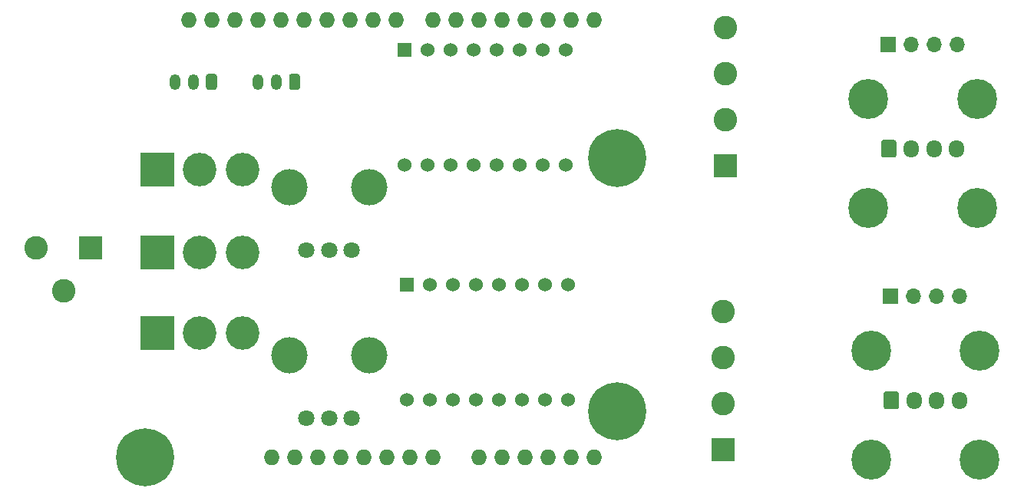
<source format=gbs>
%MOIN*%
%OFA0B0*%
%FSLAX46Y46*%
%IPPOS*%
%LPD*%
%ADD10C,0.17322834645669294*%
%ADD11C,0.027559055118110236*%
%ADD12O,0.066929133858267723X0.076771653543307089*%
%ADD13R,0.066929133858267723X0.066929133858267723*%
%ADD14O,0.066929133858267723X0.066929133858267723*%
%ADD25O,0.068X0.068*%
%ADD26C,0.12598425196850396*%
%ADD27R,0.060000000000000005X0.060000000000000005*%
%ADD28C,0.060000000000000005*%
%ADD29C,0.031496062992125991*%
%ADD30C,0.25196850393700793*%
%ADD31C,0.10236220472440946*%
%ADD32R,0.10236220472440946X0.10236220472440946*%
%ADD33O,0.047244094488188976X0.068897637795275593*%
%ADD34C,0.070866141732283464*%
%ADD35C,0.15748031496062992*%
%ADD36C,0.1456692913385827*%
%ADD37R,0.1456692913385827X0.1456692913385827*%
%ADD38C,0.17322834645669294*%
%ADD39C,0.027559055118110236*%
%ADD40O,0.066929133858267723X0.076771653543307089*%
%ADD41R,0.066929133858267723X0.066929133858267723*%
%ADD42O,0.066929133858267723X0.066929133858267723*%
G01*
D10*
X0000247173Y0004419291D02*
X0003947960Y0000629921D03*
D11*
X0004012921Y0000629921D03*
X0003993894Y0000583987D03*
X0003947960Y0000564960D03*
X0003902026Y0000583987D03*
X0003883000Y0000629921D03*
X0003902026Y0000675855D03*
X0003947960Y0000694881D03*
X0003993894Y0000675855D03*
X0004466335Y0000675855D03*
X0004420401Y0000694881D03*
X0004374467Y0000675855D03*
X0004355440Y0000629921D03*
X0004374467Y0000583987D03*
X0004420401Y0000564960D03*
X0004466335Y0000583987D03*
X0004485362Y0000629921D03*
D10*
X0004420401Y0000629921D03*
X0003947960Y0000157480D03*
D11*
X0004012921Y0000157480D03*
X0003993894Y0000111546D03*
X0003947960Y0000092519D03*
X0003902026Y0000111546D03*
X0003883000Y0000157480D03*
X0003902026Y0000203414D03*
X0003947960Y0000222440D03*
X0003993894Y0000203414D03*
X0004466335Y0000203414D03*
X0004420401Y0000222440D03*
X0004374467Y0000203414D03*
X0004355440Y0000157480D03*
X0004374467Y0000111546D03*
X0004420401Y0000092519D03*
X0004466335Y0000111546D03*
X0004485362Y0000157480D03*
D10*
X0004420401Y0000157480D03*
G36*
G01*
X0004002708Y0000385748D02*
X0004002708Y0000442834D01*
G75*
G02*
X0004012551Y0000452677I0000009842D01*
G01*
X0004059795Y0000452677D01*
G75*
G02*
X0004069637Y0000442834J-0000009842D01*
G01*
X0004069637Y0000385748D01*
G75*
G02*
X0004059795Y0000375905I-0000009842D01*
G01*
X0004012551Y0000375905D01*
G75*
G02*
X0004002708Y0000385748J0000009842D01*
G01*
G37*
D12*
X0004134598Y0000414291D03*
X0004233023Y0000414291D03*
X0004331448Y0000414291D03*
D13*
X0004034204Y0000866291D03*
D14*
X0004134204Y0000866291D03*
X0004234204Y0000866291D03*
X0004334204Y0000866291D03*
G04 next file*
G04 #@! TF.GenerationSoftware,KiCad,Pcbnew,5.1.9-73d0e3b20d~88~ubuntu18.04.1*
G04 #@! TF.CreationDate,2021-02-15T13:27:50-05:00*
G04 #@! TF.ProjectId,driver,64726976-6572-42e6-9b69-6361645f7063,v1.0.0*
G04 #@! TF.SameCoordinates,Original*
G04 #@! TF.FileFunction,Soldermask,Bot*
G04 #@! TF.FilePolarity,Negative*
G04 Gerber Fmt 4.6, Leading zero omitted, Abs format (unit mm)*
G04 Created by KiCad (PCBNEW 5.1.9-73d0e3b20d~88~ubuntu18.04.1) date 2021-02-15 13:27:50*
G01*
G04 APERTURE LIST*
G04 APERTURE END LIST*
D25*
X-0004007000Y0005095319D02*
X0002745952Y0000167366D03*
X0002645952Y0000167366D03*
X0002545952Y0000167366D03*
X0002445952Y0000167366D03*
X0002345952Y0000167366D03*
X0001345952Y0000167366D03*
X0001585952Y0002067366D03*
X0001485952Y0002067366D03*
X0001385952Y0002067366D03*
X0001185952Y0002067366D03*
X0001085952Y0002067366D03*
X0000985952Y0002067366D03*
D26*
X0000795952Y0000167366D03*
X0002845952Y0001467366D03*
X0002845952Y0000367366D03*
D25*
X0001685952Y0002067366D03*
X0001785952Y0002067366D03*
X0001885952Y0002067366D03*
X0001285952Y0002067366D03*
X0002045952Y0002067366D03*
X0002145952Y0002067366D03*
X0002245952Y0002067366D03*
X0002345952Y0002067366D03*
X0002445952Y0002067366D03*
X0002545952Y0002067366D03*
X0002645952Y0002067366D03*
X0002745952Y0002067366D03*
X0001445952Y0000167366D03*
X0001545952Y0000167366D03*
X0001645952Y0000167366D03*
X0001745952Y0000167366D03*
X0001845952Y0000167366D03*
X0001945952Y0000167366D03*
X0002045952Y0000167366D03*
X0002245952Y0000167366D03*
D27*
X0001933000Y0000915319D03*
D28*
X0002033000Y0000915319D03*
X0002132999Y0000915319D03*
X0002233000Y0000915319D03*
X0002333000Y0000915319D03*
X0002432999Y0000915319D03*
X0002533000Y0000915319D03*
X0002633000Y0000915319D03*
X0002633000Y0000415319D03*
X0002533000Y0000415319D03*
X0002432999Y0000415319D03*
X0002333000Y0000415319D03*
X0002233000Y0000415319D03*
X0002132999Y0000415319D03*
X0002033000Y0000415319D03*
X0001933000Y0000415319D03*
X0001923000Y0001435319D03*
X0002023000Y0001435319D03*
X0002123000Y0001435319D03*
X0002222999Y0001435319D03*
X0002323000Y0001435319D03*
X0002423000Y0001435319D03*
X0002522999Y0001435319D03*
X0002622999Y0001435319D03*
X0002622999Y0001935319D03*
X0002522999Y0001935319D03*
X0002423000Y0001935319D03*
X0002323000Y0001935319D03*
X0002222999Y0001935319D03*
X0002123000Y0001935319D03*
X0002023000Y0001935319D03*
D27*
X0001923000Y0001935319D03*
D29*
X0002912765Y0001534179D03*
X0002845952Y0001561854D03*
X0002779139Y0001534179D03*
X0002751464Y0001467366D03*
X0002779139Y0001400553D03*
X0002845952Y0001372878D03*
X0002912765Y0001400553D03*
X0002940440Y0001467366D03*
D30*
X0002845952Y0001467366D03*
X0000795952Y0000167366D03*
D29*
X0000890440Y0000167366D03*
X0000862765Y0000100553D03*
X0000795952Y0000072878D03*
X0000729139Y0000100553D03*
X0000701464Y0000167366D03*
X0000729139Y0000234179D03*
X0000795952Y0000261854D03*
X0000862765Y0000234179D03*
X0002912765Y0000434179D03*
X0002845952Y0000461854D03*
X0002779139Y0000434179D03*
X0002751464Y0000367366D03*
X0002779139Y0000300553D03*
X0002845952Y0000272878D03*
X0002912765Y0000300553D03*
X0002940440Y0000367366D03*
D30*
X0002845952Y0000367366D03*
D31*
X0003315007Y0002034319D03*
X0003315007Y0001834319D03*
X0003315007Y0001634319D03*
D32*
X0003315007Y0001434319D03*
X0003305007Y0000199334D03*
D31*
X0003305007Y0000399334D03*
X0003305007Y0000599334D03*
X0003305007Y0000799334D03*
D33*
X0001287527Y0001797665D03*
X0001366267Y0001797665D03*
G36*
G01*
X0001468629Y0001822271D02*
X0001468629Y0001773059D01*
G75*
G02*
X0001458787Y0001763216I-0000009842D01*
G01*
X0001431228Y0001763216D01*
G75*
G02*
X0001421385Y0001773059J0000009842D01*
G01*
X0001421385Y0001822271D01*
G75*
G02*
X0001431228Y0001832114I0000009842D01*
G01*
X0001458787Y0001832114D01*
G75*
G02*
X0001468629Y0001822271J-0000009842D01*
G01*
G37*
G36*
G01*
X0001108157Y0001822271D02*
X0001108157Y0001773059D01*
G75*
G02*
X0001098315Y0001763216I-0000009842D01*
G01*
X0001070755Y0001763216D01*
G75*
G02*
X0001060913Y0001773059J0000009842D01*
G01*
X0001060913Y0001822271D01*
G75*
G02*
X0001070755Y0001832114I0000009842D01*
G01*
X0001098315Y0001832114D01*
G75*
G02*
X0001108157Y0001822271J-0000009842D01*
G01*
G37*
X0001005795Y0001797665D03*
X0000927055Y0001797665D03*
D32*
X0000559220Y0001075319D03*
D31*
X0000323000Y0001075319D03*
X0000441110Y0000890279D03*
D34*
X0001496149Y0000335319D03*
X0001594574Y0000335319D03*
X0001693000Y0000335319D03*
D35*
X0001421346Y0000610909D03*
X0001767803Y0000610909D03*
X0001767803Y0001340909D03*
X0001421346Y0001340909D03*
D34*
X0001693000Y0001065319D03*
X0001594574Y0001065319D03*
X0001496149Y0001065319D03*
D36*
X0001032999Y0000705319D03*
D37*
X0000847960Y0000705319D03*
D36*
X0001218039Y0000705319D03*
X0001218039Y0001055319D03*
D37*
X0000847960Y0001055319D03*
D36*
X0001032999Y0001055319D03*
X0001032999Y0001415319D03*
D37*
X0000847960Y0001415319D03*
D36*
X0001218039Y0001415319D03*
G04 next file*
G04 #@! TF.GenerationSoftware,KiCad,Pcbnew,5.1.9-73d0e3b20d~88~ubuntu18.04.1*
G04 #@! TF.CreationDate,2021-02-15T13:14:34-05:00*
G04 #@! TF.ProjectId,connector,636f6e6e-6563-4746-9f72-2e6b69636164,v1.0.0*
G04 #@! TF.SameCoordinates,Original*
G04 #@! TF.FileFunction,Soldermask,Bot*
G04 #@! TF.FilePolarity,Negative*
G04 Gerber Fmt 4.6, Leading zero omitted, Abs format (unit mm)*
G04 Created by KiCad (PCBNEW 5.1.9-73d0e3b20d~88~ubuntu18.04.1) date 2021-02-15 13:14:34*
G01*
G04 APERTURE LIST*
G04 APERTURE END LIST*
D38*
X0000236220Y0005511811D02*
X0003937007Y0001722440D03*
D39*
X0004001968Y0001722440D03*
X0003982941Y0001676506D03*
X0003937007Y0001657480D03*
X0003891073Y0001676506D03*
X0003872047Y0001722440D03*
X0003891073Y0001768375D03*
X0003937007Y0001787401D03*
X0003982941Y0001768375D03*
X0004455382Y0001768375D03*
X0004409448Y0001787401D03*
X0004363514Y0001768375D03*
X0004344488Y0001722440D03*
X0004363514Y0001676506D03*
X0004409448Y0001657480D03*
X0004455382Y0001676506D03*
X0004474409Y0001722440D03*
D38*
X0004409448Y0001722440D03*
X0003937007Y0001250000D03*
D39*
X0004001968Y0001250000D03*
X0003982941Y0001204065D03*
X0003937007Y0001185039D03*
X0003891073Y0001204065D03*
X0003872047Y0001250000D03*
X0003891073Y0001295934D03*
X0003937007Y0001314960D03*
X0003982941Y0001295934D03*
X0004455382Y0001295934D03*
X0004409448Y0001314960D03*
X0004363514Y0001295934D03*
X0004344488Y0001250000D03*
X0004363514Y0001204065D03*
X0004409448Y0001185039D03*
X0004455382Y0001204065D03*
X0004474409Y0001250000D03*
D38*
X0004409448Y0001250000D03*
G36*
G01*
X0003991755Y0001478267D02*
X0003991755Y0001535354D01*
G75*
G02*
X0004001598Y0001545196I0000009842D01*
G01*
X0004048842Y0001545196D01*
G75*
G02*
X0004058685Y0001535354J-0000009842D01*
G01*
X0004058685Y0001478267D01*
G75*
G02*
X0004048842Y0001468425I-0000009842D01*
G01*
X0004001598Y0001468425D01*
G75*
G02*
X0003991755Y0001478267J0000009842D01*
G01*
G37*
D40*
X0004123645Y0001506810D03*
X0004222070Y0001506810D03*
X0004320496Y0001506810D03*
D41*
X0004023251Y0001958811D03*
D42*
X0004123251Y0001958811D03*
X0004223251Y0001958811D03*
X0004323251Y0001958811D03*
M02*
</source>
